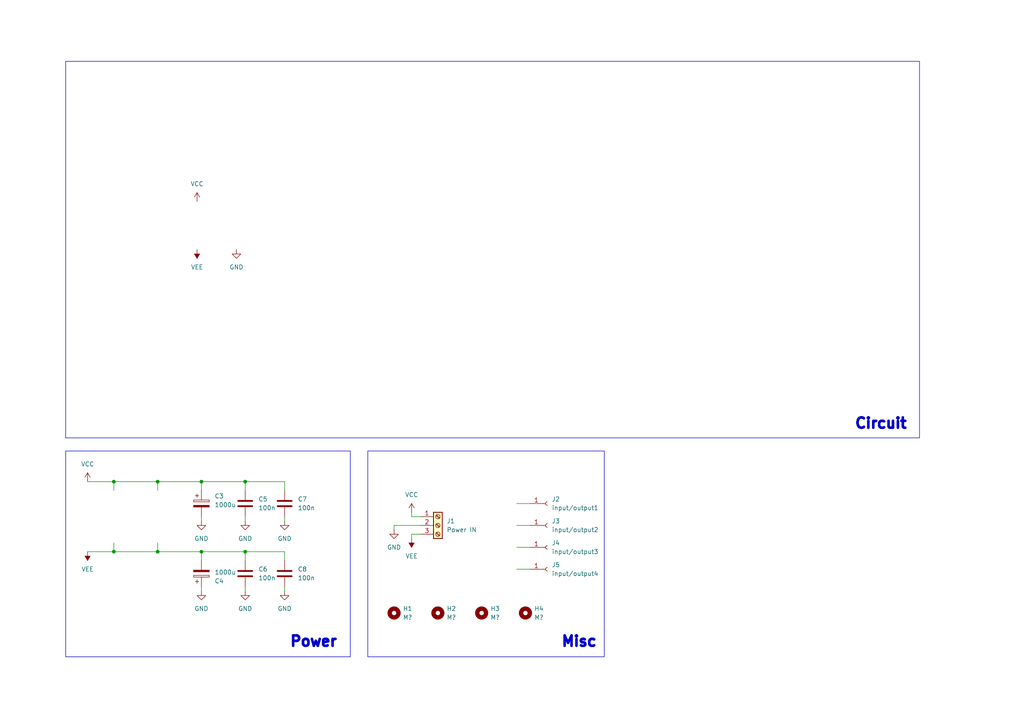
<source format=kicad_sch>
(kicad_sch (version 20231120) (generator "eeschema") (generator_version "8.0")
  (paper "A4")
  (title_block (title "[Circuit]") (rev "V1.0") (company "Fleming Society"))
  (lib_symbols
    (symbol "Connector:Conn_01x01_Socket" (pin_names (offset 1.016) hide)
      (property "Reference" "J" (at 0 2.54 0))
      (property "Value" "Conn_01x01_Socket" (at 0 -2.54 0))
      (symbol "Conn_01x01_Socket_1_1"
        (polyline (pts (xy -1.27 0) (xy -0.508 0)) (stroke (width 0.1524)))
        (arc (start 0 0.508) (mid -0.5058 0) (end 0 -0.508) (stroke (width 0.1524)))
        (pin passive line (at -5.08 0 0) (length 3.81) (name "Pin_1") (number "1"))
      )
    )
    (symbol "Connector:Screw_Terminal_01x03" (pin_names (offset 1.016) hide)
      (property "Reference" "J" (at 0 5.08 0))
      (property "Value" "Screw_Terminal_01x03" (at 0 -5.08 0))
      (symbol "Screw_Terminal_01x03_1_1"
        (rectangle (start -1.27 3.81) (end 1.27 -3.81) (stroke (width 0.254)) (fill (type background)))
        (circle (center 0 -2.54) (radius 0.635) (stroke (width 0.1524)))
        (polyline (pts (xy -0.5334 -2.2098) (xy 0.3302 -3.048)) (stroke (width 0.1524)))
        (polyline (pts (xy -0.5334 0.3302) (xy 0.3302 -0.508)) (stroke (width 0.1524)))
        (polyline (pts (xy -0.5334 2.8702) (xy 0.3302 2.032)) (stroke (width 0.1524)))
        (polyline (pts (xy -0.3556 -2.032) (xy 0.508 -2.8702)) (stroke (width 0.1524)))
        (polyline (pts (xy -0.3556 0.508) (xy 0.508 -0.3302)) (stroke (width 0.1524)))
        (polyline (pts (xy -0.3556 3.048) (xy 0.508 2.2098)) (stroke (width 0.1524)))
        (circle (center 0 0) (radius 0.635) (stroke (width 0.1524)))
        (circle (center 0 2.54) (radius 0.635) (stroke (width 0.1524)))
        (pin passive line (at -5.08 2.54 0) (length 3.81) (name "Pin_1") (number "1"))
        (pin passive line (at -5.08 0 0) (length 3.81) (name "Pin_2") (number "2"))
        (pin passive line (at -5.08 -2.54 0) (length 3.81) (name "Pin_3") (number "3"))
      )
    )
    (symbol "Device:C" (pin_numbers hide) (pin_names (offset 0.254))
      (property "Reference" "C" (at 0.635 2.54 0))
      (property "Value" "C" (at 0.635 -2.54 0))
      (symbol "C_0_1"
        (polyline (pts (xy -2.032 -0.762) (xy 2.032 -0.762)) (stroke (width 0.508)))
        (polyline (pts (xy -2.032 0.762) (xy 2.032 0.762)) (stroke (width 0.508)))
      )
      (symbol "C_1_1"
        (pin passive line (at 0 3.81 270) (length 2.794) (name "~") (number "1"))
        (pin passive line (at 0 -3.81 90) (length 2.794) (name "~") (number "2"))
      )
    )
    (symbol "Device:C_Polarized" (pin_numbers hide) (pin_names (offset 0.254))
      (property "Reference" "C" (at 0.635 2.54 0))
      (property "Value" "C_Polarized" (at 0.635 -2.54 0))
      (symbol "C_Polarized_0_1"
        (rectangle (start -2.286 0.508) (end 2.286 1.016))
        (polyline (pts (xy -1.778 2.286) (xy -0.762 2.286)))
        (polyline (pts (xy -1.27 2.794) (xy -1.27 1.778)))
        (rectangle (start 2.286 -0.508) (end -2.286 -1.016) (fill (type outline)))
      )
      (symbol "C_Polarized_1_1"
        (pin passive line (at 0 3.81 270) (length 2.794) (name "~") (number "1"))
        (pin passive line (at 0 -3.81 90) (length 2.794) (name "~") (number "2"))
      )
    )
    (symbol "GND_1" (power) (pin_numbers hide) (pin_names (offset 0) hide)
      (property "Value" "GND" (at 0 -3.81 0))
      (symbol "GND_1_0_1"
        (polyline (pts (xy 0 0) (xy 0 -1.27) (xy 1.27 -1.27) (xy 0 -2.54) (xy -1.27 -1.27) (xy 0 -1.27)))
      )
      (symbol "GND_1_1_1"
        (pin power_in line (at 0 0 270) (length 0) (name "~") (number "1"))
      )
    )
    (symbol "Mechanical:MountingHole" (pin_names (offset 1.016))
      (property "Reference" "H" (at 0 5.08 0))
      (property "Value" "MountingHole" (at 0 3.175 0))
      (symbol "MountingHole_0_1"
        (circle (center 0 0) (radius 1.27) (stroke (width 1.27)))
      )
    )
    (symbol "power:GND" (power) (pin_names (offset 0))
      (property "Value" "GND" (at 0 -3.81 0))
      (symbol "GND_0_1"
        (polyline (pts (xy 0 0) (xy 0 -1.27) (xy 1.27 -1.27) (xy 0 -2.54) (xy -1.27 -1.27) (xy 0 -1.27)))
      )
      (symbol "GND_1_1"
        (pin power_in line (at 0 0 270) (length 0) hide (name "GND") (number "1"))
      )
    )
    (symbol "power:VCC" (power) (pin_names (offset 0))
      (property "Value" "VCC" (at 0 3.81 0))
      (symbol "VCC_0_1"
        (polyline (pts (xy -0.762 1.27) (xy 0 2.54)))
        (polyline (pts (xy 0 0) (xy 0 2.54)))
        (polyline (pts (xy 0 2.54) (xy 0.762 1.27)))
      )
      (symbol "VCC_1_1"
        (pin power_in line (at 0 0 90) (length 0) hide (name "VCC") (number "1"))
      )
    )
    (symbol "power:VEE" (power) (pin_names (offset 0))
      (property "Value" "VEE" (at 0 3.81 0))
      (symbol "VEE_0_1"
        (polyline (pts (xy 0 0) (xy 0 2.54)))
        (polyline (pts (xy 0.762 1.27) (xy -0.762 1.27) (xy 0 2.54) (xy 0.762 1.27)) (fill (type outline)))
      )
      (symbol "VEE_1_1"
        (pin power_in line (at 0 0 90) (length 0) hide (name "VEE") (number "1"))
      )
    )
  )
  (junction (at 58.42 139.7))
  (junction (at 71.12 160.02))
  (junction (at 33.02 160.02))
  (junction (at 33.02 139.7))
  (junction (at 45.72 139.7))
  (junction (at 58.42 160.02))
  (junction (at 45.72 160.02))
  (junction (at 71.12 139.7))
  (wire (pts (xy 25.4 160.02) (xy 33.02 160.02)))
  (wire (pts (xy 119.38 154.94) (xy 119.38 156.21)))
  (wire (pts (xy 45.72 139.7) (xy 58.42 139.7)))
  (wire (pts (xy 71.12 171.45) (xy 71.12 170.18)))
  (wire (pts (xy 114.3 152.4) (xy 114.3 153.67)))
  (wire (pts (xy 149.86 146.05) (xy 153.67 146.05)))
  (wire (pts (xy 58.42 139.7) (xy 58.42 142.24)))
  (wire (pts (xy 33.02 139.7) (xy 33.02 142.24)))
  (wire (pts (xy 149.86 165.1) (xy 153.67 165.1)))
  (wire (pts (xy 25.4 139.7) (xy 33.02 139.7)))
  (wire (pts (xy 149.86 152.4) (xy 153.67 152.4)))
  (wire (pts (xy 71.12 139.7) (xy 82.55 139.7)))
  (wire (pts (xy 45.72 157.48) (xy 45.72 160.02)))
  (wire (pts (xy 71.12 139.7) (xy 71.12 142.24)))
  (wire (pts (xy 45.72 160.02) (xy 58.42 160.02)))
  (wire (pts (xy 58.42 139.7) (xy 71.12 139.7)))
  (wire (pts (xy 119.38 149.86) (xy 119.38 148.59)))
  (wire (pts (xy 121.92 154.94) (xy 119.38 154.94)))
  (wire (pts (xy 58.42 160.02) (xy 71.12 160.02)))
  (wire (pts (xy 121.92 149.86) (xy 119.38 149.86)))
  (wire (pts (xy 82.55 139.7) (xy 82.55 142.24)))
  (wire (pts (xy 71.12 160.02) (xy 71.12 162.56)))
  (wire (pts (xy 82.55 151.13) (xy 82.55 149.86)))
  (wire (pts (xy 33.02 160.02) (xy 45.72 160.02)))
  (wire (pts (xy 58.42 151.13) (xy 58.42 149.86)))
  (wire (pts (xy 33.02 139.7) (xy 45.72 139.7)))
  (wire (pts (xy 71.12 151.13) (xy 71.12 149.86)))
  (wire (pts (xy 71.12 160.02) (xy 82.55 160.02)))
  (wire (pts (xy 58.42 171.45) (xy 58.42 170.18)))
  (wire (pts (xy 82.55 160.02) (xy 82.55 162.56)))
  (wire (pts (xy 121.92 152.4) (xy 114.3 152.4)))
  (wire (pts (xy 33.02 157.48) (xy 33.02 160.02)))
  (wire (pts (xy 45.72 139.7) (xy 45.72 142.24)))
  (wire (pts (xy 82.55 171.45) (xy 82.55 170.18)))
  (wire (pts (xy 149.86 158.75) (xy 153.67 158.75)))
  (wire (pts (xy 58.42 160.02) (xy 58.42 162.56)))
  (rectangle (start 106.68 130.81) (end 175.26 190.5))
  (rectangle (start 19.05 130.81) (end 101.6 190.5))
  (rectangle (start 19.05 17.78) (end 266.7 127))
  (text "Circuit" (at 247.65 124.714 0) (effects (font (size 3 3) (thickness 1) (bold yes)) (justify left bottom)))
  (text "Misc" (at 162.56 187.96 0) (effects (font (size 3 3) (thickness 1) (bold yes)) (justify left bottom)))
  (text "Power" (at 83.82 187.96 0) (effects (font (size 3 3) (thickness 1) (bold yes)) (justify left bottom)))
  (symbol (lib_id "Mechanical:MountingHole") (at 152.4 177.8 0) (unit 1)
    (property "Reference" "H4" (at 154.94 176.53 0) (effects (justify left)))
    (property "Value" "M?" (at 154.94 179.07 0) (effects (justify left)))
    (property "Footprint" "MountingHole:MountingHole_3.2mm_M3" (effects (hide yes)))
  )
  (symbol (lib_name "GND_1") (lib_id "power:GND") (at 68.58 72.39 0) (unit 1)
    (property "Reference" "#PWR04" (effects (hide yes)))
    (property "Value" "GND" (at 68.58 77.47 0))
    (property "Description" "Power symbol creates a global label with name \"GND\" , ground" (effects (hide yes)))
  )
  (symbol (lib_id "Connector:Conn_01x01_Socket") (at 158.75 165.1 0) (unit 1)
    (property "Reference" "J5" (at 160.02 163.8299 0) (effects (justify left)))
    (property "Value" "input/output4" (at 160.02 166.3699 0) (effects (justify left)))
    (property "Footprint" "Connector:Banana_Jack_1Pin" (effects (hide yes)))
  )
  (symbol (lib_id "power:VCC") (at 119.38 148.59 0) (unit 1)
    (property "Reference" "#PWR017" (effects (hide yes)))
    (property "Value" "VCC" (at 119.38 143.51 0))
  )
  (symbol (lib_id "Connector:Conn_01x01_Socket") (at 158.75 158.75 0) (unit 1)
    (property "Reference" "J4" (at 160.02 157.4799 0) (effects (justify left)))
    (property "Value" "input/output3" (at 160.02 160.0199 0) (effects (justify left)))
    (property "Footprint" "Connector:Banana_Jack_1Pin" (effects (hide yes)))
  )
  (symbol (lib_id "Connector:Conn_01x01_Socket") (at 158.75 152.4 0) (unit 1)
    (property "Reference" "J3" (at 160.02 151.1299 0) (effects (justify left)))
    (property "Value" "input/output2" (at 160.02 153.6699 0) (effects (justify left)))
    (property "Footprint" "Connector:Banana_Jack_1Pin" (effects (hide yes)))
  )
  (symbol (lib_id "Device:C_Polarized") (at 58.42 166.37 0) (mirror x) (unit 1)
    (property "Reference" "C4" (at 62.23 168.529 0) (effects (justify left)))
    (property "Value" "1000u" (at 62.23 165.989 0) (effects (justify left)))
    (property "Footprint" "Capacitor_THT:CP_Radial_D7.5mm_P2.50mm" (effects (hide yes)))
  )
  (symbol (lib_id "power:VEE") (at 119.38 156.21 180) (unit 1)
    (property "Reference" "#PWR018" (effects (hide yes)))
    (property "Value" "VEE" (at 119.38 161.29 0))
  )
  (symbol (lib_id "Mechanical:MountingHole") (at 139.7 177.8 0) (unit 1)
    (property "Reference" "H3" (at 142.24 176.53 0) (effects (justify left)))
    (property "Value" "M?" (at 142.24 179.07 0) (effects (justify left)))
    (property "Footprint" "MountingHole:MountingHole_3.2mm_M3" (effects (hide yes)))
  )
  (symbol (lib_id "Connector:Conn_01x01_Socket") (at 158.75 146.05 0) (unit 1)
    (property "Reference" "J2" (at 160.02 144.7799 0) (effects (justify left)))
    (property "Value" "input/output1" (at 160.02 147.3199 0) (effects (justify left)))
    (property "Footprint" "Connector:Banana_Jack_1Pin" (effects (hide yes)))
  )
  (symbol (lib_id "Device:C") (at 82.55 146.05 180) (unit 1)
    (property "Reference" "C7" (at 86.36 144.78 0) (effects (justify right)))
    (property "Value" "100n" (at 86.36 147.32 0) (effects (justify right)))
    (property "Footprint" "Capacitor_THT:C_Disc_D6.0mm_W2.5mm_P5.00mm" (effects (hide yes)))
  )
  (symbol (lib_id "power:GND") (at 71.12 171.45 0) (unit 1)
    (property "Reference" "#PWR015" (effects (hide yes)))
    (property "Value" "GND" (at 71.12 176.53 0))
  )
  (symbol (lib_id "power:GND") (at 82.55 151.13 0) (unit 1)
    (property "Reference" "#PWR014" (effects (hide yes)))
    (property "Value" "GND" (at 82.55 156.21 0))
  )
  (symbol (lib_id "power:GND") (at 58.42 171.45 0) (unit 1)
    (property "Reference" "#PWR012" (effects (hide yes)))
    (property "Value" "GND" (at 58.42 176.53 0))
  )
  (symbol (lib_id "power:GND") (at 71.12 151.13 0) (unit 1)
    (property "Reference" "#PWR013" (effects (hide yes)))
    (property "Value" "GND" (at 71.12 156.21 0))
  )
  (symbol (lib_id "power:VEE") (at 25.4 160.02 180) (unit 1)
    (property "Reference" "#PWR02" (effects (hide yes)))
    (property "Value" "VEE" (at 25.4 165.1 0))
  )
  (symbol (lib_id "power:VEE") (at 57.15 72.39 180) (unit 1)
    (property "Reference" "#PWR03" (effects (hide yes)))
    (property "Value" "VEE" (at 57.15 77.47 0))
  )
  (symbol (lib_id "power:GND") (at 114.3 153.67 0) (unit 1)
    (property "Reference" "#PWR019" (effects (hide yes)))
    (property "Value" "GND" (at 114.3 158.75 0))
  )
  (symbol (lib_id "power:GND") (at 58.42 151.13 0) (unit 1)
    (property "Reference" "#PWR011" (effects (hide yes)))
    (property "Value" "GND" (at 58.42 156.21 0))
  )
  (symbol (lib_id "power:GND") (at 82.55 171.45 0) (unit 1)
    (property "Reference" "#PWR016" (effects (hide yes)))
    (property "Value" "GND" (at 82.55 176.53 0))
  )
  (symbol (lib_id "Device:C") (at 82.55 166.37 180) (unit 1)
    (property "Reference" "C8" (at 86.36 165.1 0) (effects (justify right)))
    (property "Value" "100n" (at 86.36 167.64 0) (effects (justify right)))
    (property "Footprint" "Capacitor_THT:C_Disc_D6.0mm_W2.5mm_P5.00mm" (effects (hide yes)))
  )
  (symbol (lib_id "Connector:Screw_Terminal_01x03") (at 127 152.4 0) (unit 1)
    (property "Reference" "J1" (at 129.54 151.13 0) (effects (justify left)))
    (property "Value" "Power IN" (at 129.54 153.67 0) (effects (justify left)))
    (property "Footprint" "TerminalBlock:TerminalBlock_bornier-3_P5.08mm" (effects (hide yes)))
  )
  (symbol (lib_id "Mechanical:MountingHole") (at 127 177.8 0) (unit 1)
    (property "Reference" "H2" (at 129.54 176.53 0) (effects (justify left)))
    (property "Value" "M?" (at 129.54 179.07 0) (effects (justify left)))
    (property "Footprint" "MountingHole:MountingHole_3.2mm_M3" (effects (hide yes)))
  )
  (symbol (lib_id "Mechanical:MountingHole") (at 114.3 177.8 0) (unit 1)
    (property "Reference" "H1" (at 116.84 176.53 0) (effects (justify left)))
    (property "Value" "M?" (at 116.84 179.07 0) (effects (justify left)))
    (property "Footprint" "MountingHole:MountingHole_3.2mm_M3" (effects (hide yes)))
  )
  (symbol (lib_id "Device:C_Polarized") (at 58.42 146.05 0) (unit 1)
    (property "Reference" "C3" (at 62.23 143.891 0) (effects (justify left)))
    (property "Value" "1000u" (at 62.23 146.431 0) (effects (justify left)))
    (property "Footprint" "Capacitor_THT:CP_Radial_D7.5mm_P2.50mm" (effects (hide yes)))
  )
  (symbol (lib_id "power:VCC") (at 25.4 139.7 0) (unit 1)
    (property "Reference" "#PWR01" (effects (hide yes)))
    (property "Value" "VCC" (at 25.4 134.62 0))
  )
  (symbol (lib_id "power:VCC") (at 57.15 58.42 0) (unit 1)
    (property "Reference" "#PWR08" (effects (hide yes)))
    (property "Value" "VCC" (at 57.15 53.34 0))
  )
  (symbol (lib_id "Device:C") (at 71.12 146.05 180) (unit 1)
    (property "Reference" "C5" (at 74.93 144.78 0) (effects (justify right)))
    (property "Value" "100n" (at 74.93 147.32 0) (effects (justify right)))
    (property "Footprint" "Capacitor_THT:C_Disc_D6.0mm_W2.5mm_P5.00mm" (effects (hide yes)))
  )
  (symbol (lib_id "Device:C") (at 71.12 166.37 180) (unit 1)
    (property "Reference" "C6" (at 74.93 165.1 0) (effects (justify right)))
    (property "Value" "100n" (at 74.93 167.64 0) (effects (justify right)))
    (property "Footprint" "Capacitor_THT:C_Disc_D6.0mm_W2.5mm_P5.00mm" (effects (hide yes)))
  )
)
</source>
